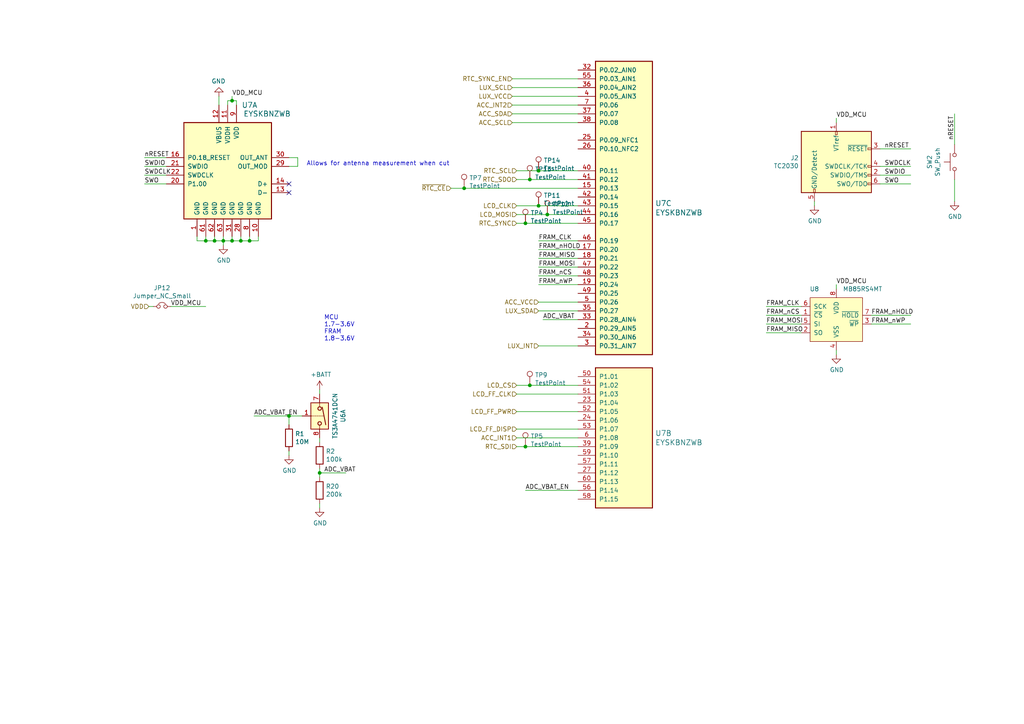
<source format=kicad_sch>
(kicad_sch (version 20211123) (generator eeschema)
  (paper "A4")
  (title_block (title "Microcontroller") (date "2021-07-12") (rev "2.0") (company "TU Delft"))
  (lib_symbols
    (symbol "Connector:TestPoint" (pin_numbers hide) (pin_names (offset 0.762) hide)
      (property "Reference" "TP" (at 0 6.858 0))
      (property "Value" "TestPoint" (at 0 5.08 0))
      (symbol "TestPoint_0_1"
        (circle (center 0 3.302) (radius 0.762))
      )
      (symbol "TestPoint_1_1"
        (pin passive line (at 0 0 90) (length 2.54) (name "1") (number "1"))
      )
    )
    (symbol "Device:R" (pin_numbers hide) (pin_names (offset 0))
      (property "Reference" "R" (at 2.032 0 90))
      (property "Value" "R" (at 0 0 90))
      (symbol "R_0_1"
        (rectangle (start -1.016 -2.54) (end 1.016 2.54) (stroke (width 0.254)))
      )
      (symbol "R_1_1"
        (pin passive line (at 0 3.81 270) (length 1.27) (name "~") (number "1"))
        (pin passive line (at 0 -3.81 90) (length 1.27) (name "~") (number "2"))
      )
    )
    (symbol "Switch:SW_Push" (pin_numbers hide) (pin_names (offset 1.016) hide)
      (property "Reference" "SW" (at 1.27 2.54 0))
      (property "Value" "SW_Push" (at 0 -1.524 0))
      (symbol "SW_Push_0_1"
        (circle (center -2.032 0) (radius 0.508))
        (polyline (pts (xy 0 1.27) (xy 0 3.048)))
        (polyline (pts (xy 2.54 1.27) (xy -2.54 1.27)))
        (circle (center 2.032 0) (radius 0.508))
        (pin passive line (at -5.08 0 0) (length 2.54) (name "1") (number "1"))
        (pin passive line (at 5.08 0 180) (length 2.54) (name "2") (number "2"))
      )
    )
    (symbol "int-bluetooth-rescue:Jumper_NC_Small-Device" (pin_numbers hide) (pin_names (offset 0.762) hide)
      (property "Reference" "JP" (at 0 2.032 0))
      (property "Value" "Jumper_NC_Small-Device" (at 0.254 -1.524 0))
      (symbol "Jumper_NC_Small-Device_0_1"
        (circle (center -1.016 0) (radius 0.508))
        (circle (center 1.016 0) (radius 0.508))
        (arc (start 1.016 0.762) (mid 0 1.1828) (end -1.016 0.762))
        (pin passive line (at -2.54 0 0) (length 1.016) (name "1") (number "1"))
        (pin passive line (at 2.54 0 180) (length 1.016) (name "2") (number "2"))
      )
    )
    (symbol "jaspers_lib:EYSKBNZWB" (pin_names (offset 1.016))
      (property "Reference" "U" (at 5.08 6.35 0))
      (property "Value" "EYSKBNZWB" (at 5.08 3.81 0))
      (symbol "EYSKBNZWB_1_1"
        (rectangle (start 0 -12.7) (end 25.4 -40.64) (stroke (width 0.3048)) (fill (type background)))
        (pin power_in line (at 3.81 -45.72 90) (length 5.08) (name "GND") (number "1"))
        (pin power_in line (at 21.59 -45.72 90) (length 5.08) (name "GND") (number "10"))
        (pin power_in line (at 12.7 -7.62 270) (length 5.08) (name "VDDH") (number "11"))
        (pin power_in line (at 10.16 -7.62 270) (length 5.08) (name "VBUS") (number "12"))
        (pin bidirectional line (at 30.48 -33.02 180) (length 5.08) (name "D-") (number "13"))
        (pin bidirectional line (at 30.48 -30.48 180) (length 5.08) (name "D+") (number "14"))
        (pin tri_state line (at -5.08 -22.86 0) (length 5.08) (name "P0.18_RESET") (number "16"))
        (pin tri_state line (at -5.08 -30.48 0) (length 5.08) (name "P1.00") (number "20"))
        (pin bidirectional line (at -5.08 -25.4 0) (length 5.08) (name "SWDIO") (number "21"))
        (pin input line (at -5.08 -27.94 0) (length 5.08) (name "SWDCLK") (number "22"))
        (pin power_in line (at 16.51 -45.72 90) (length 5.08) (name "GND") (number "28"))
        (pin passive line (at 30.48 -25.4 180) (length 5.08) (name "OUT_MOD") (number "29"))
        (pin passive line (at 30.48 -22.86 180) (length 5.08) (name "OUT_ANT") (number "30"))
        (pin power_in line (at 13.97 -45.72 90) (length 5.08) (name "GND") (number "31"))
        (pin power_in line (at 6.35 -45.72 90) (length 5.08) (name "GND") (number "61"))
        (pin power_in line (at 8.89 -45.72 90) (length 5.08) (name "GND") (number "62"))
        (pin power_in line (at 11.43 -45.72 90) (length 5.08) (name "GND") (number "63"))
        (pin power_in line (at 19.05 -45.72 90) (length 5.08) (name "GND") (number "8"))
        (pin power_in line (at 15.24 -7.62 270) (length 5.08) (name "VDD") (number "9"))
      )
      (symbol "EYSKBNZWB_2_1"
        (rectangle (start 5.08 0) (end 21.59 -40.64) (stroke (width 0.3048)) (fill (type background)))
        (pin tri_state line (at 0 -10.16 0) (length 5.08) (name "P1.04") (number "23"))
        (pin tri_state line (at 0 -15.24 0) (length 5.08) (name "P1.06") (number "24"))
        (pin tri_state line (at 0 -30.48 0) (length 5.08) (name "P1.12") (number "27"))
        (pin tri_state line (at 0 -22.86 0) (length 5.08) (name "P1.09") (number "39"))
        (pin tri_state line (at 0 -2.54 0) (length 5.08) (name "P1.01") (number "50"))
        (pin tri_state line (at 0 -7.62 0) (length 5.08) (name "P1.03") (number "51"))
        (pin tri_state line (at 0 -12.7 0) (length 5.08) (name "P1.05") (number "52"))
        (pin tri_state line (at 0 -17.78 0) (length 5.08) (name "P1.07") (number "53"))
        (pin tri_state line (at 0 -5.08 0) (length 5.08) (name "P1.02") (number "54"))
        (pin tri_state line (at 0 -35.56 0) (length 5.08) (name "P1.14") (number "56"))
        (pin tri_state line (at 0 -27.94 0) (length 5.08) (name "P1.11") (number "57"))
        (pin tri_state line (at 0 -38.1 0) (length 5.08) (name "P1.15") (number "58"))
        (pin tri_state line (at 0 -25.4 0) (length 5.08) (name "P1.10") (number "59"))
        (pin tri_state line (at 0 -20.32 0) (length 5.08) (name "P1.08") (number "6"))
        (pin tri_state line (at 0 -33.02 0) (length 5.08) (name "P1.13") (number "60"))
      )
      (symbol "EYSKBNZWB_3_1"
        (rectangle (start 5.08 0) (end 21.59 -85.09) (stroke (width 0.3048)) (fill (type background)))
        (pin tri_state line (at 0 -36.83 0) (length 5.08) (name "P0.13") (number "15"))
        (pin tri_state line (at 0 -54.61 0) (length 5.08) (name "P0.20") (number "17"))
        (pin tri_state line (at 0 -57.15 0) (length 5.08) (name "P0.21") (number "18"))
        (pin tri_state line (at 0 -64.77 0) (length 5.08) (name "P0.24") (number "19"))
        (pin tri_state line (at 0 -77.47 0) (length 5.08) (name "P0.29_AIN5") (number "2"))
        (pin passive line (at 0 -22.86 0) (length 5.08) (name "P0.09_NFC1") (number "25"))
        (pin passive line (at 0 -25.4 0) (length 5.08) (name "P0.10_NFC2") (number "26"))
        (pin tri_state line (at 0 -82.55 0) (length 5.08) (name "P0.31_AIN7") (number "3"))
        (pin tri_state line (at 0 -2.54 0) (length 5.08) (name "P0.02_AIN0") (number "32"))
        (pin tri_state line (at 0 -74.93 0) (length 5.08) (name "P0.28_AIN4") (number "33"))
        (pin tri_state line (at 0 -80.01 0) (length 5.08) (name "P0.30_AIN6") (number "34"))
        (pin tri_state line (at 0 -72.39 0) (length 5.08) (name "P0.27") (number "35"))
        (pin tri_state line (at 0 -7.62 0) (length 5.08) (name "P0.04_AIN2") (number "36"))
        (pin tri_state line (at 0 -15.24 0) (length 5.08) (name "P0.07") (number "37"))
        (pin tri_state line (at 0 -17.78 0) (length 5.08) (name "P0.08") (number "38"))
        (pin tri_state line (at 0 -10.16 0) (length 5.08) (name "P0.05_AIN3") (number "4"))
        (pin tri_state line (at 0 -31.75 0) (length 5.08) (name "P0.11") (number "40"))
        (pin tri_state line (at 0 -34.29 0) (length 5.08) (name "P0.12") (number "41"))
        (pin tri_state line (at 0 -39.37 0) (length 5.08) (name "P0.14") (number "42"))
        (pin tri_state line (at 0 -41.91 0) (length 5.08) (name "P0.15") (number "43"))
        (pin tri_state line (at 0 -44.45 0) (length 5.08) (name "P0.16") (number "44"))
        (pin tri_state line (at 0 -46.99 0) (length 5.08) (name "P0.17") (number "45"))
        (pin tri_state line (at 0 -52.07 0) (length 5.08) (name "P0.19") (number "46"))
        (pin tri_state line (at 0 -59.69 0) (length 5.08) (name "P0.22") (number "47"))
        (pin tri_state line (at 0 -62.23 0) (length 5.08) (name "P0.23") (number "48"))
        (pin tri_state line (at 0 -67.31 0) (length 5.08) (name "P0.25") (number "49"))
        (pin tri_state line (at 0 -69.85 0) (length 5.08) (name "P0.26") (number "5"))
        (pin tri_state line (at 0 -5.08 0) (length 5.08) (name "P0.03_AIN1") (number "55"))
        (pin tri_state line (at 0 -12.7 0) (length 5.08) (name "P0.06") (number "7"))
      )
    )
    (symbol "jaspers_lib:MB85RS4MT" (pin_names (offset 1.016))
      (property "Reference" "U" (at -8.89 7.62 0))
      (property "Value" "MB85RS4MT" (at -8.89 -8.89 0))
      (symbol "MB85RS4MT_0_0"
        (pin input line (at -10.16 1.27 0) (length 2.54) (name "~{CS}") (number "1"))
        (pin output line (at -10.16 -3.81 0) (length 2.54) (name "SO") (number "2"))
        (pin input line (at 10.16 -1.27 180) (length 2.54) (name "~{WP}") (number "3"))
        (pin power_in line (at 0 -8.89 90) (length 2.54) (name "VSS") (number "4"))
        (pin input line (at -10.16 -1.27 0) (length 2.54) (name "SI") (number "5"))
        (pin input line (at -10.16 3.81 0) (length 2.54) (name "SCK") (number "6"))
        (pin input line (at 10.16 1.27 180) (length 2.54) (name "~{HOLD}") (number "7"))
        (pin power_in line (at 0 8.89 270) (length 2.54) (name "VDD") (number "8"))
      )
      (symbol "MB85RS4MT_0_1"
        (rectangle (start -7.62 6.35) (end 7.62 -6.35) (fill (type background)))
      )
    )
    (symbol "jaspers_lib:TC2030" (pin_names (offset 1.016))
      (property "Reference" "J" (at -2.54 16.51 0))
      (property "Value" "TC2030" (at -2.54 13.97 0))
      (symbol "TC2030_0_1"
        (rectangle (start -10.16 12.7) (end 10.16 -5.08) (stroke (width 0.254)) (fill (type background)))
        (rectangle (start -6.604 -5.08) (end -6.096 -4.064))
        (rectangle (start -0.254 12.7) (end 0.254 11.684))
        (rectangle (start 9.144 2.286) (end 10.16 2.794))
        (rectangle (start 10.16 -2.794) (end 9.144 -2.286))
        (rectangle (start 10.16 -0.254) (end 9.144 0.254))
        (rectangle (start 10.16 7.874) (end 9.144 7.366))
      )
      (symbol "TC2030_1_1"
        (pin power_in line (at 0 15.24 270) (length 2.54) (name "VTref") (number "1"))
        (pin bidirectional line (at 12.7 0 180) (length 2.54) (name "SWDIO/TMS") (number "2"))
        (pin open_collector line (at 12.7 7.62 180) (length 2.54) (name "~{RESET}") (number "3"))
        (pin output line (at 12.7 2.54 180) (length 2.54) (name "SWDCLK/TCK") (number "4"))
        (pin power_in line (at -6.35 -7.62 90) (length 2.54) (name "GND/Detect") (number "5"))
        (pin input line (at 12.7 -2.54 180) (length 2.54) (name "SWO/TDO") (number "6"))
      )
    )
    (symbol "jaspers_lib:TS3A4741DCN" (pin_names (offset 0.254))
      (property "Reference" "U" (at -6.985 12.065 0))
      (property "Value" "TS3A4741DCN" (at -6.35 3.81 0))
      (symbol "TS3A4741DCN_1_1"
        (rectangle (start -3.81 2.54) (end 3.81 -2.54) (stroke (width 0.254)) (fill (type background)))
        (circle (center -2.159 0) (radius 0.508) (stroke (width 0.254)))
        (polyline (pts (xy -5.08 0) (xy -2.794 0)))
        (polyline (pts (xy -2.54 0.762) (xy 2.54 1.778)) (stroke (width 0.254)))
        (polyline (pts (xy 0 -2.54) (xy 0 -2.032)))
        (polyline (pts (xy 0 -1.778) (xy 0 -1.524)))
        (polyline (pts (xy 0 -1.27) (xy 0 -1.016)))
        (polyline (pts (xy 0 -0.762) (xy 0 -0.508)))
        (polyline (pts (xy 0 -0.254) (xy 0 0)))
        (polyline (pts (xy 0 0.254) (xy 0 0.508)))
        (polyline (pts (xy 0 0.762) (xy 0 1.016)))
        (polyline (pts (xy 5.08 0) (xy 2.794 0)))
        (circle (center 2.159 0) (radius 0.508) (stroke (width 0.254)))
        (pin input line (at 0 -5.08 90) (length 2.54) (name "~") (number "1"))
        (pin passive line (at -6.35 0 0) (length 2.54) (name "~") (number "7"))
        (pin passive line (at 6.35 0 180) (length 2.54) (name "~") (number "8"))
      )
      (symbol "TS3A4741DCN_2_1"
        (rectangle (start -3.81 2.54) (end 3.81 -2.54) (stroke (width 0.254)) (fill (type background)))
        (circle (center -2.159 0) (radius 0.508) (stroke (width 0.254)))
        (polyline (pts (xy -5.08 0) (xy -2.794 0)))
        (polyline (pts (xy -2.54 0.762) (xy 2.54 1.778)) (stroke (width 0.254)))
        (polyline (pts (xy 0 -2.54) (xy 0 -2.032)))
        (polyline (pts (xy 0 -1.778) (xy 0 -1.524)))
        (polyline (pts (xy 0 -1.27) (xy 0 -1.016)))
        (polyline (pts (xy 0 -0.762) (xy 0 -0.508)))
        (polyline (pts (xy 0 -0.254) (xy 0 0)))
        (polyline (pts (xy 0 0.254) (xy 0 0.508)))
        (polyline (pts (xy 0 0.762) (xy 0 1.016)))
        (polyline (pts (xy 5.08 0) (xy 2.794 0)))
        (circle (center 2.159 0) (radius 0.508) (stroke (width 0.254)))
        (pin passive line (at 6.35 0 180) (length 2.54) (name "~") (number "3"))
        (pin passive line (at -6.35 0 0) (length 2.54) (name "~") (number "4"))
        (pin input line (at 0 -5.08 90) (length 2.54) (name "~") (number "6"))
      )
      (symbol "TS3A4741DCN_3_1"
        (rectangle (start -7.62 10.16) (end 7.62 -2.54) (stroke (width 0.254)) (fill (type background)))
        (pin power_in line (at 0 12.7 270) (length 2.54) (name "VCC") (number "2"))
        (pin power_in line (at 0 -5.08 90) (length 2.54) (name "GND") (number "5"))
      )
    )
    (symbol "power:+BATT" (power) (pin_names (offset 0))
      (property "Value" "+BATT" (at 0 3.556 0))
      (symbol "+BATT_0_1"
        (polyline (pts (xy -0.762 1.27) (xy 0 2.54)))
        (polyline (pts (xy 0 0) (xy 0 2.54)))
        (polyline (pts (xy 0 2.54) (xy 0.762 1.27)))
      )
      (symbol "+BATT_1_1"
        (pin power_in line (at 0 0 90) (length 0) hide (name "+BATT") (number "1"))
      )
    )
    (symbol "power:GND" (power) (pin_names (offset 0))
      (property "Value" "GND" (at 0 -3.81 0))
      (symbol "GND_0_1"
        (polyline (pts (xy 0 0) (xy 0 -1.27) (xy 1.27 -1.27) (xy 0 -2.54) (xy -1.27 -1.27) (xy 0 -1.27)))
      )
      (symbol "GND_1_1"
        (pin power_in line (at 0 0 270) (length 0) hide (name "GND") (number "1"))
      )
    )
  )
  (junction (at 153.67 52.07))
  (junction (at 67.31 29.21))
  (junction (at 156.21 59.69))
  (junction (at 158.75 62.23))
  (junction (at 152.4 64.77))
  (junction (at 156.21 49.53))
  (junction (at 62.23 69.85))
  (junction (at 67.31 69.85))
  (junction (at 72.39 69.85))
  (junction (at 69.85 69.85))
  (junction (at 134.62 54.61))
  (junction (at 83.82 120.65))
  (junction (at 59.69 69.85))
  (junction (at 153.67 111.76))
  (junction (at 152.4 129.54))
  (junction (at 64.77 69.85))
  (junction (at 92.71 137.16))
  (no_connect (at 83.82 55.88))
  (no_connect (at 83.82 53.34))
  (wire (pts (xy 152.4 142.24) (xy 167.64 142.24)))
  (wire (pts (xy 67.31 68.58) (xy 67.31 69.85)))
  (wire (pts (xy 156.21 59.69) (xy 167.64 59.69)))
  (wire (pts (xy 167.64 49.53) (xy 156.21 49.53)))
  (wire (pts (xy 92.71 147.32) (xy 92.71 146.05)))
  (wire (pts (xy 255.27 43.18) (xy 264.16 43.18)))
  (wire (pts (xy 57.15 69.85) (xy 59.69 69.85)))
  (wire (pts (xy 252.73 91.44) (xy 264.16 91.44)))
  (wire (pts (xy 57.15 68.58) (xy 57.15 69.85)))
  (wire (pts (xy 276.86 41.91) (xy 276.86 33.02)))
  (wire (pts (xy 255.27 50.8) (xy 264.16 50.8)))
  (wire (pts (xy 83.82 120.65) (xy 83.82 123.19)))
  (wire (pts (xy 92.71 113.03) (xy 92.71 114.3)))
  (wire (pts (xy 66.04 29.21) (xy 67.31 29.21)))
  (wire (pts (xy 148.59 33.02) (xy 167.64 33.02)))
  (wire (pts (xy 252.73 93.98) (xy 264.16 93.98)))
  (wire (pts (xy 158.75 62.23) (xy 149.86 62.23)))
  (wire (pts (xy 86.36 45.72) (xy 83.82 45.72)))
  (wire (pts (xy 222.25 96.52) (xy 232.41 96.52)))
  (wire (pts (xy 149.86 64.77) (xy 152.4 64.77)))
  (wire (pts (xy 59.69 68.58) (xy 59.69 69.85)))
  (wire (pts (xy 153.67 52.07) (xy 149.86 52.07)))
  (wire (pts (xy 49.53 88.9) (xy 59.69 88.9)))
  (wire (pts (xy 59.69 69.85) (xy 62.23 69.85)))
  (wire (pts (xy 167.64 72.39) (xy 156.21 72.39)))
  (wire (pts (xy 62.23 68.58) (xy 62.23 69.85)))
  (wire (pts (xy 83.82 120.65) (xy 87.63 120.65)))
  (wire (pts (xy 167.64 74.93) (xy 156.21 74.93)))
  (wire (pts (xy 48.26 50.8) (xy 41.91 50.8)))
  (wire (pts (xy 232.41 88.9) (xy 222.25 88.9)))
  (wire (pts (xy 148.59 30.48) (xy 167.64 30.48)))
  (wire (pts (xy 153.67 52.07) (xy 167.64 52.07)))
  (wire (pts (xy 222.25 91.44) (xy 232.41 91.44)))
  (wire (pts (xy 242.57 82.55) (xy 242.57 83.82)))
  (wire (pts (xy 148.59 25.4) (xy 167.64 25.4)))
  (wire (pts (xy 44.45 88.9) (xy 43.18 88.9)))
  (wire (pts (xy 152.4 129.54) (xy 167.64 129.54)))
  (wire (pts (xy 92.71 138.43) (xy 92.71 137.16)))
  (wire (pts (xy 167.64 124.46) (xy 149.86 124.46)))
  (wire (pts (xy 72.39 69.85) (xy 74.93 69.85)))
  (wire (pts (xy 64.77 69.85) (xy 67.31 69.85)))
  (wire (pts (xy 157.48 92.71) (xy 167.64 92.71)))
  (wire (pts (xy 148.59 22.86) (xy 167.64 22.86)))
  (wire (pts (xy 83.82 120.65) (xy 73.66 120.65)))
  (wire (pts (xy 167.64 77.47) (xy 156.21 77.47)))
  (wire (pts (xy 64.77 68.58) (xy 64.77 69.85)))
  (wire (pts (xy 149.86 119.38) (xy 167.64 119.38)))
  (wire (pts (xy 156.21 90.17) (xy 167.64 90.17)))
  (wire (pts (xy 242.57 101.6) (xy 242.57 102.87)))
  (wire (pts (xy 167.64 27.94) (xy 148.59 27.94)))
  (wire (pts (xy 92.71 128.27) (xy 92.71 127)))
  (wire (pts (xy 67.31 29.21) (xy 67.31 27.94)))
  (wire (pts (xy 167.64 87.63) (xy 156.21 87.63)))
  (wire (pts (xy 83.82 48.26) (xy 86.36 48.26)))
  (wire (pts (xy 67.31 29.21) (xy 68.58 29.21)))
  (wire (pts (xy 66.04 30.48) (xy 66.04 29.21)))
  (wire (pts (xy 41.91 45.72) (xy 48.26 45.72)))
  (wire (pts (xy 167.64 69.85) (xy 156.21 69.85)))
  (wire (pts (xy 149.86 59.69) (xy 156.21 59.69)))
  (wire (pts (xy 232.41 93.98) (xy 222.25 93.98)))
  (wire (pts (xy 255.27 48.26) (xy 264.16 48.26)))
  (wire (pts (xy 167.64 127) (xy 149.86 127)))
  (wire (pts (xy 153.67 111.76) (xy 167.64 111.76)))
  (wire (pts (xy 276.86 52.07) (xy 276.86 58.42)))
  (wire (pts (xy 149.86 114.3) (xy 167.64 114.3)))
  (wire (pts (xy 255.27 53.34) (xy 264.16 53.34)))
  (wire (pts (xy 69.85 68.58) (xy 69.85 69.85)))
  (wire (pts (xy 167.64 80.01) (xy 156.21 80.01)))
  (wire (pts (xy 86.36 48.26) (xy 86.36 45.72)))
  (wire (pts (xy 149.86 111.76) (xy 153.67 111.76)))
  (wire (pts (xy 48.26 48.26) (xy 41.91 48.26)))
  (wire (pts (xy 167.64 82.55) (xy 156.21 82.55)))
  (wire (pts (xy 64.77 69.85) (xy 64.77 71.12)))
  (wire (pts (xy 63.5 27.94) (xy 63.5 30.48)))
  (wire (pts (xy 158.75 62.23) (xy 167.64 62.23)))
  (wire (pts (xy 149.86 49.53) (xy 156.21 49.53)))
  (wire (pts (xy 68.58 29.21) (xy 68.58 30.48)))
  (wire (pts (xy 148.59 35.56) (xy 167.64 35.56)))
  (wire (pts (xy 62.23 69.85) (xy 64.77 69.85)))
  (wire (pts (xy 48.26 53.34) (xy 41.91 53.34)))
  (wire (pts (xy 152.4 64.77) (xy 167.64 64.77)))
  (wire (pts (xy 236.22 58.42) (xy 236.22 59.69)))
  (wire (pts (xy 92.71 137.16) (xy 92.71 135.89)))
  (wire (pts (xy 67.31 69.85) (xy 69.85 69.85)))
  (wire (pts (xy 83.82 130.81) (xy 83.82 132.08)))
  (wire (pts (xy 74.93 69.85) (xy 74.93 68.58)))
  (wire (pts (xy 149.86 129.54) (xy 152.4 129.54)))
  (wire (pts (xy 134.62 54.61) (xy 167.64 54.61)))
  (wire (pts (xy 69.85 69.85) (xy 72.39 69.85)))
  (wire (pts (xy 242.57 35.56) (xy 242.57 34.29)))
  (wire (pts (xy 92.71 137.16) (xy 100.33 137.16)))
  (wire (pts (xy 72.39 68.58) (xy 72.39 69.85)))
  (wire (pts (xy 167.64 100.33) (xy 156.21 100.33)))
  (wire (pts (xy 130.81 54.61) (xy 134.62 54.61)))
  (text "MCU\n1.7-3.6V\nFRAM\n1.8-3.6V" (at 93.98 99.06 0) (effects (font (size 1.27 1.27)) (justify left bottom)))
  (text "Allows for antenna measurement when cut" (at 88.9 48.26 0) (effects (font (size 1.27 1.27)) (justify left bottom)))
  (label "VDD_MCU" (at 49.53 88.9 0))
  (label "SWO" (at 41.91 53.34 0))
  (label "FRAM_nCS" (at 156.21 80.01 0))
  (label "SWDIO" (at 41.91 48.26 0))
  (label "FRAM_nHOLD" (at 156.21 72.39 0))
  (label "VDD_MCU" (at 242.57 82.55 0))
  (label "FRAM_CLK" (at 156.21 69.85 0))
  (label "VDD_MCU" (at 242.57 34.29 0))
  (label "FRAM_nWP" (at 156.21 82.55 0))
  (label "FRAM_nWP" (at 252.73 93.98 0))
  (label "FRAM_nHOLD" (at 252.73 91.44 0))
  (label "SWDCLK" (at 256.54 48.26 0))
  (label "FRAM_CLK" (at 222.25 88.9 0))
  (label "ADC_VBAT" (at 93.98 137.16 0))
  (label "FRAM_MISO" (at 156.21 74.93 0))
  (label "nRESET" (at 276.86 40.64 90))
  (label "nRESET" (at 41.91 45.72 0))
  (label "ADC_VBAT_EN" (at 73.66 120.65 0))
  (label "ADC_VBAT_EN" (at 152.4 142.24 0))
  (label "FRAM_MOSI" (at 222.25 93.98 0))
  (label "SWDCLK" (at 41.91 50.8 0))
  (label "FRAM_nCS" (at 222.25 91.44 0))
  (label "SWDIO" (at 256.54 50.8 0))
  (label "SWO" (at 256.54 53.34 0))
  (label "nRESET" (at 256.54 43.18 0))
  (label "ADC_VBAT" (at 157.48 92.71 0))
  (label "VDD_MCU" (at 67.31 27.94 0))
  (label "FRAM_MOSI" (at 156.21 77.47 0))
  (label "FRAM_MISO" (at 222.25 96.52 0))
  (hierarchical_label "LCD_FF_PWR" (shape input) (at 149.86 119.38 180))
  (hierarchical_label "~{RTC_CE}" (shape input) (at 130.81 54.61 180))
  (hierarchical_label "RTC_SDO" (shape input) (at 149.86 52.07 180))
  (hierarchical_label "RTC_SYNC" (shape input) (at 149.86 64.77 180))
  (hierarchical_label "ACC_VCC" (shape input) (at 156.21 87.63 180))
  (hierarchical_label "LCD_CS" (shape input) (at 149.86 111.76 180))
  (hierarchical_label "VDD" (shape input) (at 43.18 88.9 180))
  (hierarchical_label "LUX_VCC" (shape input) (at 148.59 27.94 180))
  (hierarchical_label "RTC_SYNC_EN" (shape input) (at 148.59 22.86 180))
  (hierarchical_label "LUX_INT" (shape input) (at 156.21 100.33 180))
  (hierarchical_label "LCD_FF_CLK" (shape input) (at 149.86 114.3 180))
  (hierarchical_label "LUX_SCL" (shape input) (at 148.59 25.4 180))
  (hierarchical_label "LUX_SDA" (shape input) (at 156.21 90.17 180))
  (hierarchical_label "ACC_INT2" (shape input) (at 148.59 30.48 180))
  (hierarchical_label "ACC_SDA" (shape input) (at 148.59 33.02 180))
  (hierarchical_label "ACC_SCL" (shape input) (at 148.59 35.56 180))
  (hierarchical_label "RTC_SDI" (shape input) (at 149.86 129.54 180))
  (hierarchical_label "LCD_CLK" (shape input) (at 149.86 59.69 180))
  (hierarchical_label "LCD_FF_DISP" (shape input) (at 149.86 124.46 180))
  (hierarchical_label "LCD_MOSI" (shape input) (at 149.86 62.23 180))
  (hierarchical_label "RTC_SCL" (shape input) (at 149.86 49.53 180))
  (hierarchical_label "ACC_INT1" (shape input) (at 149.86 127 180))
  (symbol (lib_id "jaspers_lib:EYSKBNZWB") (at 167.64 106.68 0) (unit 2)
    (property "Reference" "U7" (at 190.0174 125.6538 0) (effects (font (size 1.524 1.524)) (justify left)))
    (property "Value" "EYSKBNZWB" (at 190.0174 128.3462 0) (effects (font (size 1.524 1.524)) (justify left)))
    (property "Footprint" "jaspers_footprints:EYSKBNZWB" (effects hide))
    (property "Datasheet" "https://www.yuden.co.jp/jp/product/category/module/lineup/cms/wp-content/uploads/2020/01/TY_BLE_EYSKBNZWB_DataReport_V1_0_20190227E.pdf" (effects hide))
    (property "MPN" "EYSKBNZWB" (effects hide))
  )
  (symbol (lib_id "jaspers_lib:EYSKBNZWB") (at 167.64 17.78 0) (unit 3)
    (property "Reference" "U7" (at 190.0174 58.9788 0) (effects (font (size 1.524 1.524)) (justify left)))
    (property "Value" "EYSKBNZWB" (at 190.0174 61.6712 0) (effects (font (size 1.524 1.524)) (justify left)))
    (property "Footprint" "jaspers_footprints:EYSKBNZWB" (effects hide))
    (property "Datasheet" "https://www.yuden.co.jp/jp/product/category/module/lineup/cms/wp-content/uploads/2020/01/TY_BLE_EYSKBNZWB_DataReport_V1_0_20190227E.pdf" (effects hide))
    (property "MPN" "EYSKBNZWB" (effects hide))
  )
  (symbol (lib_id "jaspers_lib:EYSKBNZWB") (at 53.34 22.86 0) (unit 1)
    (property "Reference" "U7" (at 72.39 30.48 0) (effects (font (size 1.524 1.524))))
    (property "Value" "EYSKBNZWB" (at 77.47 33.02 0) (effects (font (size 1.524 1.524))))
    (property "Footprint" "jaspers_footprints:EYSKBNZWB" (effects hide))
    (property "Datasheet" "https://www.yuden.co.jp/jp/product/category/module/lineup/cms/wp-content/uploads/2020/01/TY_BLE_EYSKBNZWB_DataReport_V1_0_20190227E.pdf" (effects hide))
    (property "MPN" "EYSKBNZWB" (effects hide))
  )
  (symbol (lib_id "jaspers_lib:MB85RS4MT") (at 242.57 92.71 0) (unit 1)
    (property "Reference" "U8" (at 236.22 83.82 0))
    (property "Value" "MB85RS4MT" (at 250.19 83.82 0))
    (property "Footprint" "Package_SO:SO-8_5.3x6.2mm_P1.27mm" (effects hide))
    (property "Datasheet" "https://www.fujitsu.com/global/documents/products/devices/semiconductor/fram/lineup/MB85RS4MT-DS501-00053-1v0-E.pdf" (effects hide))
    (property "MPN" "MB85RS4MT" (effects hide))
  )
  (symbol (lib_id "Connector:TestPoint") (at 153.67 111.76 0) (unit 1)
    (property "Reference" "TP9" (at 155.1432 108.7628 0) (effects (justify left)))
    (property "Value" "TestPoint" (at 155.1432 111.0742 0) (effects (justify left)))
    (property "Footprint" "jaspers_footprints:SMOX_PCB_TESTPOINT" (effects hide))
    (property "MPN" "SMOX/060/B1/HT " (effects hide))
  )
  (symbol (lib_id "Connector:TestPoint") (at 156.21 59.69 0) (unit 1)
    (property "Reference" "TP11" (at 157.6832 56.6928 0) (effects (justify left)))
    (property "Value" "TestPoint" (at 157.6832 59.0042 0) (effects (justify left)))
    (property "Footprint" "jaspers_footprints:SMOX_PCB_TESTPOINT" (effects hide))
    (property "MPN" "SMOX/060/B1/HT " (effects hide))
  )
  (symbol (lib_id "Connector:TestPoint") (at 158.75 62.23 0) (unit 1)
    (property "Reference" "TP12" (at 160.2232 59.2328 0) (effects (justify left)))
    (property "Value" "TestPoint" (at 160.2232 61.5442 0) (effects (justify left)))
    (property "Footprint" "jaspers_footprints:SMOX_PCB_TESTPOINT" (effects hide))
    (property "MPN" "SMOX/060/B1/HT " (effects hide))
  )
  (symbol (lib_id "Connector:TestPoint") (at 153.67 52.07 0) (unit 1)
    (property "Reference" "TP13" (at 155.1432 49.0728 0) (effects (justify left)))
    (property "Value" "TestPoint" (at 155.1432 51.3842 0) (effects (justify left)))
    (property "Footprint" "jaspers_footprints:SMOX_PCB_TESTPOINT" (effects hide))
    (property "MPN" "SMOX/060/B1/HT " (effects hide))
  )
  (symbol (lib_id "Connector:TestPoint") (at 156.21 49.53 0) (unit 1)
    (property "Reference" "TP14" (at 157.6832 46.5328 0) (effects (justify left)))
    (property "Value" "TestPoint" (at 157.6832 48.8442 0) (effects (justify left)))
    (property "Footprint" "jaspers_footprints:SMOX_PCB_TESTPOINT" (effects hide))
    (property "MPN" "SMOX/060/B1/HT " (effects hide))
  )
  (symbol (lib_id "Switch:SW_Push") (at 276.86 46.99 90) (unit 1)
    (property "Reference" "SW2" (at 269.621 46.99 0))
    (property "Value" "SW_Push" (at 271.9324 46.99 0))
    (property "Footprint" "Button_Switch_SMD:SW_SPST_B3U-1000P" (effects hide))
    (property "MPN" "B3U-1000P" (effects hide))
  )
  (symbol (lib_id "power:GND") (at 276.86 58.42 0) (unit 1)
    (property "Reference" "#PWR028" (effects hide))
    (property "Value" "GND" (at 276.987 62.8142 0))
  )
  (symbol (lib_id "Connector:TestPoint") (at 152.4 64.77 0) (unit 1)
    (property "Reference" "TP4" (at 153.8732 61.7728 0) (effects (justify left)))
    (property "Value" "TestPoint" (at 153.8732 64.0842 0) (effects (justify left)))
    (property "Footprint" "jaspers_footprints:SMOX_PCB_TESTPOINT" (effects hide))
    (property "MPN" "SMOX/060/B1/HT " (effects hide))
  )
  (symbol (lib_id "power:GND") (at 64.77 71.12 0) (unit 1)
    (property "Reference" "#PWR012" (effects hide))
    (property "Value" "GND" (at 64.897 75.5142 0))
  )
  (symbol (lib_id "power:GND") (at 242.57 102.87 0) (unit 1)
    (property "Reference" "#PWR020" (effects hide))
    (property "Value" "GND" (at 242.697 107.2642 0))
  )
  (symbol (lib_id "power:GND") (at 63.5 27.94 180) (unit 1)
    (property "Reference" "#PWR011" (effects hide))
    (property "Value" "GND" (at 63.373 23.5458 0))
  )
  (symbol (lib_id "int-bluetooth-rescue:Jumper_NC_Small-Device") (at 46.99 88.9 0) (unit 1)
    (property "Reference" "JP12" (at 46.99 83.5152 0))
    (property "Value" "Jumper_NC_Small" (at 46.99 85.8266 0))
    (property "Footprint" "jaspers_footprints:SolderJumper-small-nc" (effects hide))
    (property "MPN" "-" (effects hide))
  )
  (symbol (lib_id "Connector:TestPoint") (at 152.4 129.54 0) (unit 1)
    (property "Reference" "TP5" (at 153.8732 126.5428 0) (effects (justify left)))
    (property "Value" "TestPoint" (at 153.8732 128.8542 0) (effects (justify left)))
    (property "Footprint" "jaspers_footprints:SMOX_PCB_TESTPOINT" (effects hide))
    (property "MPN" "SMOX/060/B1/HT " (effects hide))
  )
  (symbol (lib_id "power:+BATT") (at 92.71 113.03 0) (unit 1)
    (property "Reference" "#PWR0103" (effects hide))
    (property "Value" "+BATT" (at 93.091 108.6358 0))
  )
  (symbol (lib_id "Device:R") (at 92.71 132.08 0) (unit 1)
    (property "Reference" "R2" (at 94.488 130.9116 0) (effects (justify left)))
    (property "Value" "100k" (at 94.488 133.223 0) (effects (justify left)))
    (property "Footprint" "Resistor_SMD:R_0402_1005Metric" (effects hide))
    (property "MPN" "RC0402FR-07100KL" (effects hide))
  )
  (symbol (lib_id "Device:R") (at 92.71 142.24 0) (unit 1)
    (property "Reference" "R20" (at 94.488 141.0716 0) (effects (justify left)))
    (property "Value" "200k" (at 94.488 143.383 0) (effects (justify left)))
    (property "Footprint" "Resistor_SMD:R_0402_1005Metric" (effects hide))
    (property "MPN" "RC0402FR-07200KL" (effects hide))
  )
  (symbol (lib_id "power:GND") (at 92.71 147.32 0) (unit 1)
    (property "Reference" "#PWR0104" (effects hide))
    (property "Value" "GND" (at 92.837 151.7142 0))
  )
  (symbol (lib_id "Device:R") (at 83.82 127 0) (unit 1)
    (property "Reference" "R1" (at 85.598 125.8316 0) (effects (justify left)))
    (property "Value" "10M" (at 85.598 128.143 0) (effects (justify left)))
    (property "Footprint" "Resistor_SMD:R_0402_1005Metric" (effects hide))
    (property "MPN" "RC0402FR-0710ML" (effects hide))
  )
  (symbol (lib_id "power:GND") (at 83.82 132.08 0) (unit 1)
    (property "Reference" "#PWR0115" (effects hide))
    (property "Value" "GND" (at 83.947 136.4742 0))
  )
  (symbol (lib_id "jaspers_lib:TS3A4741DCN") (at 92.71 120.65 270) (unit 1)
    (property "Reference" "U6" (at 99.4918 120.65 0))
    (property "Value" "TS3A4741DCN" (at 97.1804 120.65 0))
    (property "Footprint" "Package_TO_SOT_SMD:SOT-23-8" (effects hide))
    (property "Datasheet" "http://www.ti.com/lit/ds/symlink/ts3a4741.pdf" (effects hide))
    (property "MPN" "TS3A4741DCN" (effects hide))
  )
  (symbol (lib_id "Connector:TestPoint") (at 134.62 54.61 0) (unit 1)
    (property "Reference" "TP7" (at 136.0932 51.6128 0) (effects (justify left)))
    (property "Value" "TestPoint" (at 136.0932 53.9242 0) (effects (justify left)))
    (property "Footprint" "jaspers_footprints:SMOX_PCB_TESTPOINT" (effects hide))
    (property "MPN" "SMOX/060/B1/HT " (effects hide))
  )
  (symbol (lib_id "jaspers_lib:TC2030") (at 242.57 50.8 0) (unit 1)
    (property "Reference" "J2" (at 231.6734 45.8216 0) (effects (justify right)))
    (property "Value" "TC2030" (at 231.6734 48.133 0) (effects (justify right)))
    (property "Footprint" "Connector:Tag-Connect_TC2030-IDC-NL_2x03_P1.27mm_Vertical" (effects hide))
    (property "Datasheet" "http://infocenter.arm.com/help/topic/com.arm.doc.ddi0314h/DDI0314H_coresight_components_trm.pdf" (effects hide))
    (property "MPN" "-" (effects hide))
  )
  (symbol (lib_id "power:GND") (at 236.22 59.69 0) (unit 1)
    (property "Reference" "#PWR0114" (effects hide))
    (property "Value" "GND" (at 236.347 64.0842 0))
  )
)
</source>
